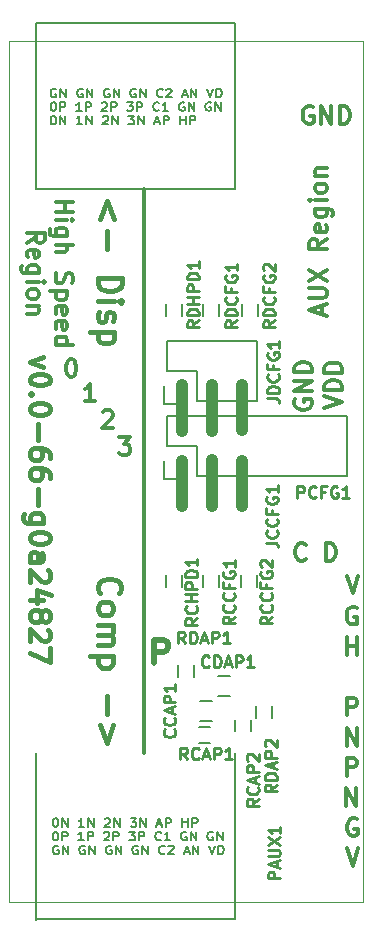
<source format=gto>
G04 #@! TF.FileFunction,Legend,Top*
%FSLAX46Y46*%
G04 Gerber Fmt 4.6, Leading zero omitted, Abs format (unit mm)*
G04 Created by KiCad (PCBNEW 4.0.2+e4-6225~38~ubuntu14.04.1-stable) date Mon Aug  1 15:26:05 2016*
%MOMM*%
G01*
G04 APERTURE LIST*
%ADD10C,0.350000*%
%ADD11C,0.300000*%
%ADD12C,0.250000*%
%ADD13C,0.500000*%
%ADD14C,0.400000*%
%ADD15C,0.175000*%
%ADD16C,0.437500*%
%ADD17C,1.000000*%
%ADD18C,0.100000*%
%ADD19C,0.152400*%
G04 APERTURE END LIST*
D10*
D11*
X49146429Y-81928571D02*
X49146429Y-80428571D01*
X50003572Y-81928571D01*
X50003572Y-80428571D01*
X49096429Y-87003571D02*
X49096429Y-85503571D01*
X49953572Y-87003571D01*
X49953572Y-85503571D01*
X49125000Y-90578571D02*
X49625000Y-92078571D01*
X50125000Y-90578571D01*
X49992857Y-88150000D02*
X49850000Y-88078571D01*
X49635714Y-88078571D01*
X49421429Y-88150000D01*
X49278571Y-88292857D01*
X49207143Y-88435714D01*
X49135714Y-88721429D01*
X49135714Y-88935714D01*
X49207143Y-89221429D01*
X49278571Y-89364286D01*
X49421429Y-89507143D01*
X49635714Y-89578571D01*
X49778571Y-89578571D01*
X49992857Y-89507143D01*
X50064286Y-89435714D01*
X50064286Y-88935714D01*
X49778571Y-88935714D01*
X49132143Y-84453571D02*
X49132143Y-82953571D01*
X49703571Y-82953571D01*
X49846429Y-83025000D01*
X49917857Y-83096429D01*
X49989286Y-83239286D01*
X49989286Y-83453571D01*
X49917857Y-83596429D01*
X49846429Y-83667857D01*
X49703571Y-83739286D01*
X49132143Y-83739286D01*
X49157143Y-79353571D02*
X49157143Y-77853571D01*
X49728571Y-77853571D01*
X49871429Y-77925000D01*
X49942857Y-77996429D01*
X50014286Y-78139286D01*
X50014286Y-78353571D01*
X49942857Y-78496429D01*
X49871429Y-78567857D01*
X49728571Y-78639286D01*
X49157143Y-78639286D01*
X47357143Y-66278571D02*
X47357143Y-64778571D01*
X47714286Y-64778571D01*
X47928571Y-64850000D01*
X48071429Y-64992857D01*
X48142857Y-65135714D01*
X48214286Y-65421429D01*
X48214286Y-65635714D01*
X48142857Y-65921429D01*
X48071429Y-66064286D01*
X47928571Y-66207143D01*
X47714286Y-66278571D01*
X47357143Y-66278571D01*
X45664286Y-66135714D02*
X45592857Y-66207143D01*
X45378571Y-66278571D01*
X45235714Y-66278571D01*
X45021429Y-66207143D01*
X44878571Y-66064286D01*
X44807143Y-65921429D01*
X44735714Y-65635714D01*
X44735714Y-65421429D01*
X44807143Y-65135714D01*
X44878571Y-64992857D01*
X45021429Y-64850000D01*
X45235714Y-64778571D01*
X45378571Y-64778571D01*
X45592857Y-64850000D01*
X45664286Y-64921429D01*
X49146429Y-74228571D02*
X49146429Y-72728571D01*
X49146429Y-73442857D02*
X50003572Y-73442857D01*
X50003572Y-74228571D02*
X50003572Y-72728571D01*
X49967857Y-70225000D02*
X49825000Y-70153571D01*
X49610714Y-70153571D01*
X49396429Y-70225000D01*
X49253571Y-70367857D01*
X49182143Y-70510714D01*
X49110714Y-70796429D01*
X49110714Y-71010714D01*
X49182143Y-71296429D01*
X49253571Y-71439286D01*
X49396429Y-71582143D01*
X49610714Y-71653571D01*
X49753571Y-71653571D01*
X49967857Y-71582143D01*
X50039286Y-71510714D01*
X50039286Y-71010714D01*
X49753571Y-71010714D01*
X49125000Y-67528571D02*
X49625000Y-69028571D01*
X50125000Y-67528571D01*
X47000000Y-45389286D02*
X47000000Y-44675000D01*
X47428571Y-45532143D02*
X45928571Y-45032143D01*
X47428571Y-44532143D01*
X45928571Y-44032143D02*
X47142857Y-44032143D01*
X47285714Y-43960715D01*
X47357143Y-43889286D01*
X47428571Y-43746429D01*
X47428571Y-43460715D01*
X47357143Y-43317857D01*
X47285714Y-43246429D01*
X47142857Y-43175000D01*
X45928571Y-43175000D01*
X45928571Y-42603571D02*
X47428571Y-41603571D01*
X45928571Y-41603571D02*
X47428571Y-42603571D01*
X47428571Y-39032143D02*
X46714286Y-39532143D01*
X47428571Y-39889286D02*
X45928571Y-39889286D01*
X45928571Y-39317858D01*
X46000000Y-39175000D01*
X46071429Y-39103572D01*
X46214286Y-39032143D01*
X46428571Y-39032143D01*
X46571429Y-39103572D01*
X46642857Y-39175000D01*
X46714286Y-39317858D01*
X46714286Y-39889286D01*
X47357143Y-37817858D02*
X47428571Y-37960715D01*
X47428571Y-38246429D01*
X47357143Y-38389286D01*
X47214286Y-38460715D01*
X46642857Y-38460715D01*
X46500000Y-38389286D01*
X46428571Y-38246429D01*
X46428571Y-37960715D01*
X46500000Y-37817858D01*
X46642857Y-37746429D01*
X46785714Y-37746429D01*
X46928571Y-38460715D01*
X46428571Y-36460715D02*
X47642857Y-36460715D01*
X47785714Y-36532144D01*
X47857143Y-36603572D01*
X47928571Y-36746429D01*
X47928571Y-36960715D01*
X47857143Y-37103572D01*
X47357143Y-36460715D02*
X47428571Y-36603572D01*
X47428571Y-36889286D01*
X47357143Y-37032144D01*
X47285714Y-37103572D01*
X47142857Y-37175001D01*
X46714286Y-37175001D01*
X46571429Y-37103572D01*
X46500000Y-37032144D01*
X46428571Y-36889286D01*
X46428571Y-36603572D01*
X46500000Y-36460715D01*
X47428571Y-35746429D02*
X46428571Y-35746429D01*
X45928571Y-35746429D02*
X46000000Y-35817858D01*
X46071429Y-35746429D01*
X46000000Y-35675001D01*
X45928571Y-35746429D01*
X46071429Y-35746429D01*
X47428571Y-34817857D02*
X47357143Y-34960715D01*
X47285714Y-35032143D01*
X47142857Y-35103572D01*
X46714286Y-35103572D01*
X46571429Y-35032143D01*
X46500000Y-34960715D01*
X46428571Y-34817857D01*
X46428571Y-34603572D01*
X46500000Y-34460715D01*
X46571429Y-34389286D01*
X46714286Y-34317857D01*
X47142857Y-34317857D01*
X47285714Y-34389286D01*
X47357143Y-34460715D01*
X47428571Y-34603572D01*
X47428571Y-34817857D01*
X46428571Y-33675000D02*
X47428571Y-33675000D01*
X46571429Y-33675000D02*
X46500000Y-33603572D01*
X46428571Y-33460714D01*
X46428571Y-33246429D01*
X46500000Y-33103572D01*
X46642857Y-33032143D01*
X47428571Y-33032143D01*
X24471429Y-35853572D02*
X25971429Y-35853572D01*
X25257143Y-35853572D02*
X25257143Y-36710715D01*
X24471429Y-36710715D02*
X25971429Y-36710715D01*
X24471429Y-37425001D02*
X25471429Y-37425001D01*
X25971429Y-37425001D02*
X25900000Y-37353572D01*
X25828571Y-37425001D01*
X25900000Y-37496429D01*
X25971429Y-37425001D01*
X25828571Y-37425001D01*
X25471429Y-38782144D02*
X24257143Y-38782144D01*
X24114286Y-38710715D01*
X24042857Y-38639287D01*
X23971429Y-38496430D01*
X23971429Y-38282144D01*
X24042857Y-38139287D01*
X24542857Y-38782144D02*
X24471429Y-38639287D01*
X24471429Y-38353573D01*
X24542857Y-38210715D01*
X24614286Y-38139287D01*
X24757143Y-38067858D01*
X25185714Y-38067858D01*
X25328571Y-38139287D01*
X25400000Y-38210715D01*
X25471429Y-38353573D01*
X25471429Y-38639287D01*
X25400000Y-38782144D01*
X24471429Y-39496430D02*
X25971429Y-39496430D01*
X24471429Y-40139287D02*
X25257143Y-40139287D01*
X25400000Y-40067858D01*
X25471429Y-39925001D01*
X25471429Y-39710716D01*
X25400000Y-39567858D01*
X25328571Y-39496430D01*
X24542857Y-41925001D02*
X24471429Y-42139287D01*
X24471429Y-42496430D01*
X24542857Y-42639287D01*
X24614286Y-42710716D01*
X24757143Y-42782144D01*
X24900000Y-42782144D01*
X25042857Y-42710716D01*
X25114286Y-42639287D01*
X25185714Y-42496430D01*
X25257143Y-42210716D01*
X25328571Y-42067858D01*
X25400000Y-41996430D01*
X25542857Y-41925001D01*
X25685714Y-41925001D01*
X25828571Y-41996430D01*
X25900000Y-42067858D01*
X25971429Y-42210716D01*
X25971429Y-42567858D01*
X25900000Y-42782144D01*
X25471429Y-43425001D02*
X23971429Y-43425001D01*
X25400000Y-43425001D02*
X25471429Y-43567858D01*
X25471429Y-43853572D01*
X25400000Y-43996429D01*
X25328571Y-44067858D01*
X25185714Y-44139287D01*
X24757143Y-44139287D01*
X24614286Y-44067858D01*
X24542857Y-43996429D01*
X24471429Y-43853572D01*
X24471429Y-43567858D01*
X24542857Y-43425001D01*
X24542857Y-45353572D02*
X24471429Y-45210715D01*
X24471429Y-44925001D01*
X24542857Y-44782144D01*
X24685714Y-44710715D01*
X25257143Y-44710715D01*
X25400000Y-44782144D01*
X25471429Y-44925001D01*
X25471429Y-45210715D01*
X25400000Y-45353572D01*
X25257143Y-45425001D01*
X25114286Y-45425001D01*
X24971429Y-44710715D01*
X24542857Y-46639286D02*
X24471429Y-46496429D01*
X24471429Y-46210715D01*
X24542857Y-46067858D01*
X24685714Y-45996429D01*
X25257143Y-45996429D01*
X25400000Y-46067858D01*
X25471429Y-46210715D01*
X25471429Y-46496429D01*
X25400000Y-46639286D01*
X25257143Y-46710715D01*
X25114286Y-46710715D01*
X24971429Y-45996429D01*
X24471429Y-47996429D02*
X25971429Y-47996429D01*
X24542857Y-47996429D02*
X24471429Y-47853572D01*
X24471429Y-47567858D01*
X24542857Y-47425000D01*
X24614286Y-47353572D01*
X24757143Y-47282143D01*
X25185714Y-47282143D01*
X25328571Y-47353572D01*
X25400000Y-47425000D01*
X25471429Y-47567858D01*
X25471429Y-47853572D01*
X25400000Y-47996429D01*
X22071429Y-39353572D02*
X22785714Y-38853572D01*
X22071429Y-38496429D02*
X23571429Y-38496429D01*
X23571429Y-39067857D01*
X23500000Y-39210715D01*
X23428571Y-39282143D01*
X23285714Y-39353572D01*
X23071429Y-39353572D01*
X22928571Y-39282143D01*
X22857143Y-39210715D01*
X22785714Y-39067857D01*
X22785714Y-38496429D01*
X22142857Y-40567857D02*
X22071429Y-40425000D01*
X22071429Y-40139286D01*
X22142857Y-39996429D01*
X22285714Y-39925000D01*
X22857143Y-39925000D01*
X23000000Y-39996429D01*
X23071429Y-40139286D01*
X23071429Y-40425000D01*
X23000000Y-40567857D01*
X22857143Y-40639286D01*
X22714286Y-40639286D01*
X22571429Y-39925000D01*
X23071429Y-41925000D02*
X21857143Y-41925000D01*
X21714286Y-41853571D01*
X21642857Y-41782143D01*
X21571429Y-41639286D01*
X21571429Y-41425000D01*
X21642857Y-41282143D01*
X22142857Y-41925000D02*
X22071429Y-41782143D01*
X22071429Y-41496429D01*
X22142857Y-41353571D01*
X22214286Y-41282143D01*
X22357143Y-41210714D01*
X22785714Y-41210714D01*
X22928571Y-41282143D01*
X23000000Y-41353571D01*
X23071429Y-41496429D01*
X23071429Y-41782143D01*
X23000000Y-41925000D01*
X22071429Y-42639286D02*
X23071429Y-42639286D01*
X23571429Y-42639286D02*
X23500000Y-42567857D01*
X23428571Y-42639286D01*
X23500000Y-42710714D01*
X23571429Y-42639286D01*
X23428571Y-42639286D01*
X22071429Y-43567858D02*
X22142857Y-43425000D01*
X22214286Y-43353572D01*
X22357143Y-43282143D01*
X22785714Y-43282143D01*
X22928571Y-43353572D01*
X23000000Y-43425000D01*
X23071429Y-43567858D01*
X23071429Y-43782143D01*
X23000000Y-43925000D01*
X22928571Y-43996429D01*
X22785714Y-44067858D01*
X22357143Y-44067858D01*
X22214286Y-43996429D01*
X22142857Y-43925000D01*
X22071429Y-43782143D01*
X22071429Y-43567858D01*
X23071429Y-44710715D02*
X22071429Y-44710715D01*
X22928571Y-44710715D02*
X23000000Y-44782143D01*
X23071429Y-44925001D01*
X23071429Y-45139286D01*
X23000000Y-45282143D01*
X22857143Y-45353572D01*
X22071429Y-45353572D01*
D12*
X42402381Y-52511904D02*
X43116667Y-52511904D01*
X43259524Y-52559524D01*
X43354762Y-52654762D01*
X43402381Y-52797619D01*
X43402381Y-52892857D01*
X43402381Y-52035714D02*
X42402381Y-52035714D01*
X42402381Y-51797619D01*
X42450000Y-51654761D01*
X42545238Y-51559523D01*
X42640476Y-51511904D01*
X42830952Y-51464285D01*
X42973810Y-51464285D01*
X43164286Y-51511904D01*
X43259524Y-51559523D01*
X43354762Y-51654761D01*
X43402381Y-51797619D01*
X43402381Y-52035714D01*
X43307143Y-50464285D02*
X43354762Y-50511904D01*
X43402381Y-50654761D01*
X43402381Y-50749999D01*
X43354762Y-50892857D01*
X43259524Y-50988095D01*
X43164286Y-51035714D01*
X42973810Y-51083333D01*
X42830952Y-51083333D01*
X42640476Y-51035714D01*
X42545238Y-50988095D01*
X42450000Y-50892857D01*
X42402381Y-50749999D01*
X42402381Y-50654761D01*
X42450000Y-50511904D01*
X42497619Y-50464285D01*
X42878571Y-49702380D02*
X42878571Y-50035714D01*
X43402381Y-50035714D02*
X42402381Y-50035714D01*
X42402381Y-49559523D01*
X42450000Y-48654761D02*
X42402381Y-48749999D01*
X42402381Y-48892856D01*
X42450000Y-49035714D01*
X42545238Y-49130952D01*
X42640476Y-49178571D01*
X42830952Y-49226190D01*
X42973810Y-49226190D01*
X43164286Y-49178571D01*
X43259524Y-49130952D01*
X43354762Y-49035714D01*
X43402381Y-48892856D01*
X43402381Y-48797618D01*
X43354762Y-48654761D01*
X43307143Y-48607142D01*
X42973810Y-48607142D01*
X42973810Y-48797618D01*
X43402381Y-47654761D02*
X43402381Y-48226190D01*
X43402381Y-47940476D02*
X42402381Y-47940476D01*
X42545238Y-48035714D01*
X42640476Y-48130952D01*
X42688095Y-48226190D01*
X42302381Y-64736904D02*
X43016667Y-64736904D01*
X43159524Y-64784524D01*
X43254762Y-64879762D01*
X43302381Y-65022619D01*
X43302381Y-65117857D01*
X43207143Y-63689285D02*
X43254762Y-63736904D01*
X43302381Y-63879761D01*
X43302381Y-63974999D01*
X43254762Y-64117857D01*
X43159524Y-64213095D01*
X43064286Y-64260714D01*
X42873810Y-64308333D01*
X42730952Y-64308333D01*
X42540476Y-64260714D01*
X42445238Y-64213095D01*
X42350000Y-64117857D01*
X42302381Y-63974999D01*
X42302381Y-63879761D01*
X42350000Y-63736904D01*
X42397619Y-63689285D01*
X43207143Y-62689285D02*
X43254762Y-62736904D01*
X43302381Y-62879761D01*
X43302381Y-62974999D01*
X43254762Y-63117857D01*
X43159524Y-63213095D01*
X43064286Y-63260714D01*
X42873810Y-63308333D01*
X42730952Y-63308333D01*
X42540476Y-63260714D01*
X42445238Y-63213095D01*
X42350000Y-63117857D01*
X42302381Y-62974999D01*
X42302381Y-62879761D01*
X42350000Y-62736904D01*
X42397619Y-62689285D01*
X42778571Y-61927380D02*
X42778571Y-62260714D01*
X43302381Y-62260714D02*
X42302381Y-62260714D01*
X42302381Y-61784523D01*
X42350000Y-60879761D02*
X42302381Y-60974999D01*
X42302381Y-61117856D01*
X42350000Y-61260714D01*
X42445238Y-61355952D01*
X42540476Y-61403571D01*
X42730952Y-61451190D01*
X42873810Y-61451190D01*
X43064286Y-61403571D01*
X43159524Y-61355952D01*
X43254762Y-61260714D01*
X43302381Y-61117856D01*
X43302381Y-61022618D01*
X43254762Y-60879761D01*
X43207143Y-60832142D01*
X42873810Y-60832142D01*
X42873810Y-61022618D01*
X43302381Y-59879761D02*
X43302381Y-60451190D01*
X43302381Y-60165476D02*
X42302381Y-60165476D01*
X42445238Y-60260714D01*
X42540476Y-60355952D01*
X42588095Y-60451190D01*
D13*
X32851190Y-74929762D02*
X32851190Y-72929762D01*
X33613095Y-72929762D01*
X33803571Y-73025000D01*
X33898810Y-73120238D01*
X33994048Y-73310714D01*
X33994048Y-73596429D01*
X33898810Y-73786905D01*
X33803571Y-73882143D01*
X33613095Y-73977381D01*
X32851190Y-73977381D01*
D14*
X29409971Y-37354429D02*
X28838543Y-35830619D01*
X28267114Y-37354429D01*
X28838543Y-38306809D02*
X28838543Y-39830619D01*
X28076638Y-42306809D02*
X30076638Y-42306809D01*
X30076638Y-42783000D01*
X29981400Y-43068714D01*
X29790924Y-43259190D01*
X29600448Y-43354429D01*
X29219495Y-43449667D01*
X28933781Y-43449667D01*
X28552829Y-43354429D01*
X28362352Y-43259190D01*
X28171876Y-43068714D01*
X28076638Y-42783000D01*
X28076638Y-42306809D01*
X28076638Y-44306809D02*
X29409971Y-44306809D01*
X30076638Y-44306809D02*
X29981400Y-44211571D01*
X29886162Y-44306809D01*
X29981400Y-44402048D01*
X30076638Y-44306809D01*
X29886162Y-44306809D01*
X28171876Y-45163952D02*
X28076638Y-45354429D01*
X28076638Y-45735381D01*
X28171876Y-45925857D01*
X28362352Y-46021095D01*
X28457590Y-46021095D01*
X28648067Y-45925857D01*
X28743305Y-45735381D01*
X28743305Y-45449667D01*
X28838543Y-45259190D01*
X29029019Y-45163952D01*
X29124257Y-45163952D01*
X29314733Y-45259190D01*
X29409971Y-45449667D01*
X29409971Y-45735381D01*
X29314733Y-45925857D01*
X29409971Y-46878238D02*
X27409971Y-46878238D01*
X29314733Y-46878238D02*
X29409971Y-47068715D01*
X29409971Y-47449667D01*
X29314733Y-47640143D01*
X29219495Y-47735381D01*
X29029019Y-47830619D01*
X28457590Y-47830619D01*
X28267114Y-47735381D01*
X28171876Y-47640143D01*
X28076638Y-47449667D01*
X28076638Y-47068715D01*
X28171876Y-46878238D01*
X28235714Y-69013096D02*
X28140476Y-68917858D01*
X28045238Y-68632143D01*
X28045238Y-68441667D01*
X28140476Y-68155953D01*
X28330952Y-67965477D01*
X28521429Y-67870238D01*
X28902381Y-67775000D01*
X29188095Y-67775000D01*
X29569048Y-67870238D01*
X29759524Y-67965477D01*
X29950000Y-68155953D01*
X30045238Y-68441667D01*
X30045238Y-68632143D01*
X29950000Y-68917858D01*
X29854762Y-69013096D01*
X28045238Y-70155953D02*
X28140476Y-69965477D01*
X28235714Y-69870238D01*
X28426190Y-69775000D01*
X28997619Y-69775000D01*
X29188095Y-69870238D01*
X29283333Y-69965477D01*
X29378571Y-70155953D01*
X29378571Y-70441667D01*
X29283333Y-70632143D01*
X29188095Y-70727381D01*
X28997619Y-70822619D01*
X28426190Y-70822619D01*
X28235714Y-70727381D01*
X28140476Y-70632143D01*
X28045238Y-70441667D01*
X28045238Y-70155953D01*
X28045238Y-71679762D02*
X29378571Y-71679762D01*
X29188095Y-71679762D02*
X29283333Y-71775001D01*
X29378571Y-71965477D01*
X29378571Y-72251191D01*
X29283333Y-72441667D01*
X29092857Y-72536905D01*
X28045238Y-72536905D01*
X29092857Y-72536905D02*
X29283333Y-72632143D01*
X29378571Y-72822620D01*
X29378571Y-73108334D01*
X29283333Y-73298810D01*
X29092857Y-73394048D01*
X28045238Y-73394048D01*
X29378571Y-74346429D02*
X27378571Y-74346429D01*
X29283333Y-74346429D02*
X29378571Y-74536906D01*
X29378571Y-74917858D01*
X29283333Y-75108334D01*
X29188095Y-75203572D01*
X28997619Y-75298810D01*
X28426190Y-75298810D01*
X28235714Y-75203572D01*
X28140476Y-75108334D01*
X28045238Y-74917858D01*
X28045238Y-74536906D01*
X28140476Y-74346429D01*
X28807143Y-77679763D02*
X28807143Y-79203573D01*
X29378571Y-80155953D02*
X28807143Y-81679763D01*
X28235714Y-80155953D01*
D15*
X24422057Y-88072867D02*
X24498248Y-88072867D01*
X24574438Y-88106200D01*
X24612533Y-88139533D01*
X24650629Y-88206200D01*
X24688724Y-88339533D01*
X24688724Y-88506200D01*
X24650629Y-88639533D01*
X24612533Y-88706200D01*
X24574438Y-88739533D01*
X24498248Y-88772867D01*
X24422057Y-88772867D01*
X24345867Y-88739533D01*
X24307771Y-88706200D01*
X24269676Y-88639533D01*
X24231581Y-88506200D01*
X24231581Y-88339533D01*
X24269676Y-88206200D01*
X24307771Y-88139533D01*
X24345867Y-88106200D01*
X24422057Y-88072867D01*
X25031581Y-88772867D02*
X25031581Y-88072867D01*
X25488724Y-88772867D01*
X25488724Y-88072867D01*
X26898248Y-88772867D02*
X26441105Y-88772867D01*
X26669676Y-88772867D02*
X26669676Y-88072867D01*
X26593486Y-88172867D01*
X26517295Y-88239533D01*
X26441105Y-88272867D01*
X27241105Y-88772867D02*
X27241105Y-88072867D01*
X27698248Y-88772867D01*
X27698248Y-88072867D01*
X28650629Y-88139533D02*
X28688724Y-88106200D01*
X28764915Y-88072867D01*
X28955391Y-88072867D01*
X29031581Y-88106200D01*
X29069677Y-88139533D01*
X29107772Y-88206200D01*
X29107772Y-88272867D01*
X29069677Y-88372867D01*
X28612534Y-88772867D01*
X29107772Y-88772867D01*
X29450629Y-88772867D02*
X29450629Y-88072867D01*
X29907772Y-88772867D01*
X29907772Y-88072867D01*
X30822058Y-88072867D02*
X31317296Y-88072867D01*
X31050629Y-88339533D01*
X31164915Y-88339533D01*
X31241105Y-88372867D01*
X31279201Y-88406200D01*
X31317296Y-88472867D01*
X31317296Y-88639533D01*
X31279201Y-88706200D01*
X31241105Y-88739533D01*
X31164915Y-88772867D01*
X30936343Y-88772867D01*
X30860153Y-88739533D01*
X30822058Y-88706200D01*
X31660153Y-88772867D02*
X31660153Y-88072867D01*
X32117296Y-88772867D01*
X32117296Y-88072867D01*
X33069677Y-88572867D02*
X33450629Y-88572867D01*
X32993486Y-88772867D02*
X33260153Y-88072867D01*
X33526820Y-88772867D01*
X33793486Y-88772867D02*
X33793486Y-88072867D01*
X34098248Y-88072867D01*
X34174439Y-88106200D01*
X34212534Y-88139533D01*
X34250629Y-88206200D01*
X34250629Y-88306200D01*
X34212534Y-88372867D01*
X34174439Y-88406200D01*
X34098248Y-88439533D01*
X33793486Y-88439533D01*
X35203010Y-88772867D02*
X35203010Y-88072867D01*
X35203010Y-88406200D02*
X35660153Y-88406200D01*
X35660153Y-88772867D02*
X35660153Y-88072867D01*
X36041105Y-88772867D02*
X36041105Y-88072867D01*
X36345867Y-88072867D01*
X36422058Y-88106200D01*
X36460153Y-88139533D01*
X36498248Y-88206200D01*
X36498248Y-88306200D01*
X36460153Y-88372867D01*
X36422058Y-88406200D01*
X36345867Y-88439533D01*
X36041105Y-88439533D01*
X24422057Y-89227867D02*
X24498248Y-89227867D01*
X24574438Y-89261200D01*
X24612533Y-89294533D01*
X24650629Y-89361200D01*
X24688724Y-89494533D01*
X24688724Y-89661200D01*
X24650629Y-89794533D01*
X24612533Y-89861200D01*
X24574438Y-89894533D01*
X24498248Y-89927867D01*
X24422057Y-89927867D01*
X24345867Y-89894533D01*
X24307771Y-89861200D01*
X24269676Y-89794533D01*
X24231581Y-89661200D01*
X24231581Y-89494533D01*
X24269676Y-89361200D01*
X24307771Y-89294533D01*
X24345867Y-89261200D01*
X24422057Y-89227867D01*
X25031581Y-89927867D02*
X25031581Y-89227867D01*
X25336343Y-89227867D01*
X25412534Y-89261200D01*
X25450629Y-89294533D01*
X25488724Y-89361200D01*
X25488724Y-89461200D01*
X25450629Y-89527867D01*
X25412534Y-89561200D01*
X25336343Y-89594533D01*
X25031581Y-89594533D01*
X26860153Y-89927867D02*
X26403010Y-89927867D01*
X26631581Y-89927867D02*
X26631581Y-89227867D01*
X26555391Y-89327867D01*
X26479200Y-89394533D01*
X26403010Y-89427867D01*
X27203010Y-89927867D02*
X27203010Y-89227867D01*
X27507772Y-89227867D01*
X27583963Y-89261200D01*
X27622058Y-89294533D01*
X27660153Y-89361200D01*
X27660153Y-89461200D01*
X27622058Y-89527867D01*
X27583963Y-89561200D01*
X27507772Y-89594533D01*
X27203010Y-89594533D01*
X28574439Y-89294533D02*
X28612534Y-89261200D01*
X28688725Y-89227867D01*
X28879201Y-89227867D01*
X28955391Y-89261200D01*
X28993487Y-89294533D01*
X29031582Y-89361200D01*
X29031582Y-89427867D01*
X28993487Y-89527867D01*
X28536344Y-89927867D01*
X29031582Y-89927867D01*
X29374439Y-89927867D02*
X29374439Y-89227867D01*
X29679201Y-89227867D01*
X29755392Y-89261200D01*
X29793487Y-89294533D01*
X29831582Y-89361200D01*
X29831582Y-89461200D01*
X29793487Y-89527867D01*
X29755392Y-89561200D01*
X29679201Y-89594533D01*
X29374439Y-89594533D01*
X30707773Y-89227867D02*
X31203011Y-89227867D01*
X30936344Y-89494533D01*
X31050630Y-89494533D01*
X31126820Y-89527867D01*
X31164916Y-89561200D01*
X31203011Y-89627867D01*
X31203011Y-89794533D01*
X31164916Y-89861200D01*
X31126820Y-89894533D01*
X31050630Y-89927867D01*
X30822058Y-89927867D01*
X30745868Y-89894533D01*
X30707773Y-89861200D01*
X31545868Y-89927867D02*
X31545868Y-89227867D01*
X31850630Y-89227867D01*
X31926821Y-89261200D01*
X31964916Y-89294533D01*
X32003011Y-89361200D01*
X32003011Y-89461200D01*
X31964916Y-89527867D01*
X31926821Y-89561200D01*
X31850630Y-89594533D01*
X31545868Y-89594533D01*
X33412535Y-89861200D02*
X33374440Y-89894533D01*
X33260154Y-89927867D01*
X33183964Y-89927867D01*
X33069678Y-89894533D01*
X32993487Y-89827867D01*
X32955392Y-89761200D01*
X32917297Y-89627867D01*
X32917297Y-89527867D01*
X32955392Y-89394533D01*
X32993487Y-89327867D01*
X33069678Y-89261200D01*
X33183964Y-89227867D01*
X33260154Y-89227867D01*
X33374440Y-89261200D01*
X33412535Y-89294533D01*
X34174440Y-89927867D02*
X33717297Y-89927867D01*
X33945868Y-89927867D02*
X33945868Y-89227867D01*
X33869678Y-89327867D01*
X33793487Y-89394533D01*
X33717297Y-89427867D01*
X35545869Y-89261200D02*
X35469678Y-89227867D01*
X35355393Y-89227867D01*
X35241107Y-89261200D01*
X35164916Y-89327867D01*
X35126821Y-89394533D01*
X35088726Y-89527867D01*
X35088726Y-89627867D01*
X35126821Y-89761200D01*
X35164916Y-89827867D01*
X35241107Y-89894533D01*
X35355393Y-89927867D01*
X35431583Y-89927867D01*
X35545869Y-89894533D01*
X35583964Y-89861200D01*
X35583964Y-89627867D01*
X35431583Y-89627867D01*
X35926821Y-89927867D02*
X35926821Y-89227867D01*
X36383964Y-89927867D01*
X36383964Y-89227867D01*
X37793488Y-89261200D02*
X37717297Y-89227867D01*
X37603012Y-89227867D01*
X37488726Y-89261200D01*
X37412535Y-89327867D01*
X37374440Y-89394533D01*
X37336345Y-89527867D01*
X37336345Y-89627867D01*
X37374440Y-89761200D01*
X37412535Y-89827867D01*
X37488726Y-89894533D01*
X37603012Y-89927867D01*
X37679202Y-89927867D01*
X37793488Y-89894533D01*
X37831583Y-89861200D01*
X37831583Y-89627867D01*
X37679202Y-89627867D01*
X38174440Y-89927867D02*
X38174440Y-89227867D01*
X38631583Y-89927867D01*
X38631583Y-89227867D01*
X24688724Y-90416200D02*
X24612533Y-90382867D01*
X24498248Y-90382867D01*
X24383962Y-90416200D01*
X24307771Y-90482867D01*
X24269676Y-90549533D01*
X24231581Y-90682867D01*
X24231581Y-90782867D01*
X24269676Y-90916200D01*
X24307771Y-90982867D01*
X24383962Y-91049533D01*
X24498248Y-91082867D01*
X24574438Y-91082867D01*
X24688724Y-91049533D01*
X24726819Y-91016200D01*
X24726819Y-90782867D01*
X24574438Y-90782867D01*
X25069676Y-91082867D02*
X25069676Y-90382867D01*
X25526819Y-91082867D01*
X25526819Y-90382867D01*
X26936343Y-90416200D02*
X26860152Y-90382867D01*
X26745867Y-90382867D01*
X26631581Y-90416200D01*
X26555390Y-90482867D01*
X26517295Y-90549533D01*
X26479200Y-90682867D01*
X26479200Y-90782867D01*
X26517295Y-90916200D01*
X26555390Y-90982867D01*
X26631581Y-91049533D01*
X26745867Y-91082867D01*
X26822057Y-91082867D01*
X26936343Y-91049533D01*
X26974438Y-91016200D01*
X26974438Y-90782867D01*
X26822057Y-90782867D01*
X27317295Y-91082867D02*
X27317295Y-90382867D01*
X27774438Y-91082867D01*
X27774438Y-90382867D01*
X29183962Y-90416200D02*
X29107771Y-90382867D01*
X28993486Y-90382867D01*
X28879200Y-90416200D01*
X28803009Y-90482867D01*
X28764914Y-90549533D01*
X28726819Y-90682867D01*
X28726819Y-90782867D01*
X28764914Y-90916200D01*
X28803009Y-90982867D01*
X28879200Y-91049533D01*
X28993486Y-91082867D01*
X29069676Y-91082867D01*
X29183962Y-91049533D01*
X29222057Y-91016200D01*
X29222057Y-90782867D01*
X29069676Y-90782867D01*
X29564914Y-91082867D02*
X29564914Y-90382867D01*
X30022057Y-91082867D01*
X30022057Y-90382867D01*
X31431581Y-90416200D02*
X31355390Y-90382867D01*
X31241105Y-90382867D01*
X31126819Y-90416200D01*
X31050628Y-90482867D01*
X31012533Y-90549533D01*
X30974438Y-90682867D01*
X30974438Y-90782867D01*
X31012533Y-90916200D01*
X31050628Y-90982867D01*
X31126819Y-91049533D01*
X31241105Y-91082867D01*
X31317295Y-91082867D01*
X31431581Y-91049533D01*
X31469676Y-91016200D01*
X31469676Y-90782867D01*
X31317295Y-90782867D01*
X31812533Y-91082867D02*
X31812533Y-90382867D01*
X32269676Y-91082867D01*
X32269676Y-90382867D01*
X33717295Y-91016200D02*
X33679200Y-91049533D01*
X33564914Y-91082867D01*
X33488724Y-91082867D01*
X33374438Y-91049533D01*
X33298247Y-90982867D01*
X33260152Y-90916200D01*
X33222057Y-90782867D01*
X33222057Y-90682867D01*
X33260152Y-90549533D01*
X33298247Y-90482867D01*
X33374438Y-90416200D01*
X33488724Y-90382867D01*
X33564914Y-90382867D01*
X33679200Y-90416200D01*
X33717295Y-90449533D01*
X34022057Y-90449533D02*
X34060152Y-90416200D01*
X34136343Y-90382867D01*
X34326819Y-90382867D01*
X34403009Y-90416200D01*
X34441105Y-90449533D01*
X34479200Y-90516200D01*
X34479200Y-90582867D01*
X34441105Y-90682867D01*
X33983962Y-91082867D01*
X34479200Y-91082867D01*
X35393486Y-90882867D02*
X35774438Y-90882867D01*
X35317295Y-91082867D02*
X35583962Y-90382867D01*
X35850629Y-91082867D01*
X36117295Y-91082867D02*
X36117295Y-90382867D01*
X36574438Y-91082867D01*
X36574438Y-90382867D01*
X37450628Y-90382867D02*
X37717295Y-91082867D01*
X37983962Y-90382867D01*
X38250628Y-91082867D02*
X38250628Y-90382867D01*
X38441104Y-90382867D01*
X38555390Y-90416200D01*
X38631581Y-90482867D01*
X38669676Y-90549533D01*
X38707771Y-90682867D01*
X38707771Y-90782867D01*
X38669676Y-90916200D01*
X38631581Y-90982867D01*
X38555390Y-91049533D01*
X38441104Y-91082867D01*
X38250628Y-91082867D01*
X24510924Y-26333400D02*
X24434733Y-26300067D01*
X24320448Y-26300067D01*
X24206162Y-26333400D01*
X24129971Y-26400067D01*
X24091876Y-26466733D01*
X24053781Y-26600067D01*
X24053781Y-26700067D01*
X24091876Y-26833400D01*
X24129971Y-26900067D01*
X24206162Y-26966733D01*
X24320448Y-27000067D01*
X24396638Y-27000067D01*
X24510924Y-26966733D01*
X24549019Y-26933400D01*
X24549019Y-26700067D01*
X24396638Y-26700067D01*
X24891876Y-27000067D02*
X24891876Y-26300067D01*
X25349019Y-27000067D01*
X25349019Y-26300067D01*
X26758543Y-26333400D02*
X26682352Y-26300067D01*
X26568067Y-26300067D01*
X26453781Y-26333400D01*
X26377590Y-26400067D01*
X26339495Y-26466733D01*
X26301400Y-26600067D01*
X26301400Y-26700067D01*
X26339495Y-26833400D01*
X26377590Y-26900067D01*
X26453781Y-26966733D01*
X26568067Y-27000067D01*
X26644257Y-27000067D01*
X26758543Y-26966733D01*
X26796638Y-26933400D01*
X26796638Y-26700067D01*
X26644257Y-26700067D01*
X27139495Y-27000067D02*
X27139495Y-26300067D01*
X27596638Y-27000067D01*
X27596638Y-26300067D01*
X29006162Y-26333400D02*
X28929971Y-26300067D01*
X28815686Y-26300067D01*
X28701400Y-26333400D01*
X28625209Y-26400067D01*
X28587114Y-26466733D01*
X28549019Y-26600067D01*
X28549019Y-26700067D01*
X28587114Y-26833400D01*
X28625209Y-26900067D01*
X28701400Y-26966733D01*
X28815686Y-27000067D01*
X28891876Y-27000067D01*
X29006162Y-26966733D01*
X29044257Y-26933400D01*
X29044257Y-26700067D01*
X28891876Y-26700067D01*
X29387114Y-27000067D02*
X29387114Y-26300067D01*
X29844257Y-27000067D01*
X29844257Y-26300067D01*
X31253781Y-26333400D02*
X31177590Y-26300067D01*
X31063305Y-26300067D01*
X30949019Y-26333400D01*
X30872828Y-26400067D01*
X30834733Y-26466733D01*
X30796638Y-26600067D01*
X30796638Y-26700067D01*
X30834733Y-26833400D01*
X30872828Y-26900067D01*
X30949019Y-26966733D01*
X31063305Y-27000067D01*
X31139495Y-27000067D01*
X31253781Y-26966733D01*
X31291876Y-26933400D01*
X31291876Y-26700067D01*
X31139495Y-26700067D01*
X31634733Y-27000067D02*
X31634733Y-26300067D01*
X32091876Y-27000067D01*
X32091876Y-26300067D01*
X33539495Y-26933400D02*
X33501400Y-26966733D01*
X33387114Y-27000067D01*
X33310924Y-27000067D01*
X33196638Y-26966733D01*
X33120447Y-26900067D01*
X33082352Y-26833400D01*
X33044257Y-26700067D01*
X33044257Y-26600067D01*
X33082352Y-26466733D01*
X33120447Y-26400067D01*
X33196638Y-26333400D01*
X33310924Y-26300067D01*
X33387114Y-26300067D01*
X33501400Y-26333400D01*
X33539495Y-26366733D01*
X33844257Y-26366733D02*
X33882352Y-26333400D01*
X33958543Y-26300067D01*
X34149019Y-26300067D01*
X34225209Y-26333400D01*
X34263305Y-26366733D01*
X34301400Y-26433400D01*
X34301400Y-26500067D01*
X34263305Y-26600067D01*
X33806162Y-27000067D01*
X34301400Y-27000067D01*
X35215686Y-26800067D02*
X35596638Y-26800067D01*
X35139495Y-27000067D02*
X35406162Y-26300067D01*
X35672829Y-27000067D01*
X35939495Y-27000067D02*
X35939495Y-26300067D01*
X36396638Y-27000067D01*
X36396638Y-26300067D01*
X37272828Y-26300067D02*
X37539495Y-27000067D01*
X37806162Y-26300067D01*
X38072828Y-27000067D02*
X38072828Y-26300067D01*
X38263304Y-26300067D01*
X38377590Y-26333400D01*
X38453781Y-26400067D01*
X38491876Y-26466733D01*
X38529971Y-26600067D01*
X38529971Y-26700067D01*
X38491876Y-26833400D01*
X38453781Y-26900067D01*
X38377590Y-26966733D01*
X38263304Y-27000067D01*
X38072828Y-27000067D01*
X24244257Y-27455067D02*
X24320448Y-27455067D01*
X24396638Y-27488400D01*
X24434733Y-27521733D01*
X24472829Y-27588400D01*
X24510924Y-27721733D01*
X24510924Y-27888400D01*
X24472829Y-28021733D01*
X24434733Y-28088400D01*
X24396638Y-28121733D01*
X24320448Y-28155067D01*
X24244257Y-28155067D01*
X24168067Y-28121733D01*
X24129971Y-28088400D01*
X24091876Y-28021733D01*
X24053781Y-27888400D01*
X24053781Y-27721733D01*
X24091876Y-27588400D01*
X24129971Y-27521733D01*
X24168067Y-27488400D01*
X24244257Y-27455067D01*
X24853781Y-28155067D02*
X24853781Y-27455067D01*
X25158543Y-27455067D01*
X25234734Y-27488400D01*
X25272829Y-27521733D01*
X25310924Y-27588400D01*
X25310924Y-27688400D01*
X25272829Y-27755067D01*
X25234734Y-27788400D01*
X25158543Y-27821733D01*
X24853781Y-27821733D01*
X26682353Y-28155067D02*
X26225210Y-28155067D01*
X26453781Y-28155067D02*
X26453781Y-27455067D01*
X26377591Y-27555067D01*
X26301400Y-27621733D01*
X26225210Y-27655067D01*
X27025210Y-28155067D02*
X27025210Y-27455067D01*
X27329972Y-27455067D01*
X27406163Y-27488400D01*
X27444258Y-27521733D01*
X27482353Y-27588400D01*
X27482353Y-27688400D01*
X27444258Y-27755067D01*
X27406163Y-27788400D01*
X27329972Y-27821733D01*
X27025210Y-27821733D01*
X28396639Y-27521733D02*
X28434734Y-27488400D01*
X28510925Y-27455067D01*
X28701401Y-27455067D01*
X28777591Y-27488400D01*
X28815687Y-27521733D01*
X28853782Y-27588400D01*
X28853782Y-27655067D01*
X28815687Y-27755067D01*
X28358544Y-28155067D01*
X28853782Y-28155067D01*
X29196639Y-28155067D02*
X29196639Y-27455067D01*
X29501401Y-27455067D01*
X29577592Y-27488400D01*
X29615687Y-27521733D01*
X29653782Y-27588400D01*
X29653782Y-27688400D01*
X29615687Y-27755067D01*
X29577592Y-27788400D01*
X29501401Y-27821733D01*
X29196639Y-27821733D01*
X30529973Y-27455067D02*
X31025211Y-27455067D01*
X30758544Y-27721733D01*
X30872830Y-27721733D01*
X30949020Y-27755067D01*
X30987116Y-27788400D01*
X31025211Y-27855067D01*
X31025211Y-28021733D01*
X30987116Y-28088400D01*
X30949020Y-28121733D01*
X30872830Y-28155067D01*
X30644258Y-28155067D01*
X30568068Y-28121733D01*
X30529973Y-28088400D01*
X31368068Y-28155067D02*
X31368068Y-27455067D01*
X31672830Y-27455067D01*
X31749021Y-27488400D01*
X31787116Y-27521733D01*
X31825211Y-27588400D01*
X31825211Y-27688400D01*
X31787116Y-27755067D01*
X31749021Y-27788400D01*
X31672830Y-27821733D01*
X31368068Y-27821733D01*
X33234735Y-28088400D02*
X33196640Y-28121733D01*
X33082354Y-28155067D01*
X33006164Y-28155067D01*
X32891878Y-28121733D01*
X32815687Y-28055067D01*
X32777592Y-27988400D01*
X32739497Y-27855067D01*
X32739497Y-27755067D01*
X32777592Y-27621733D01*
X32815687Y-27555067D01*
X32891878Y-27488400D01*
X33006164Y-27455067D01*
X33082354Y-27455067D01*
X33196640Y-27488400D01*
X33234735Y-27521733D01*
X33996640Y-28155067D02*
X33539497Y-28155067D01*
X33768068Y-28155067D02*
X33768068Y-27455067D01*
X33691878Y-27555067D01*
X33615687Y-27621733D01*
X33539497Y-27655067D01*
X35368069Y-27488400D02*
X35291878Y-27455067D01*
X35177593Y-27455067D01*
X35063307Y-27488400D01*
X34987116Y-27555067D01*
X34949021Y-27621733D01*
X34910926Y-27755067D01*
X34910926Y-27855067D01*
X34949021Y-27988400D01*
X34987116Y-28055067D01*
X35063307Y-28121733D01*
X35177593Y-28155067D01*
X35253783Y-28155067D01*
X35368069Y-28121733D01*
X35406164Y-28088400D01*
X35406164Y-27855067D01*
X35253783Y-27855067D01*
X35749021Y-28155067D02*
X35749021Y-27455067D01*
X36206164Y-28155067D01*
X36206164Y-27455067D01*
X37615688Y-27488400D02*
X37539497Y-27455067D01*
X37425212Y-27455067D01*
X37310926Y-27488400D01*
X37234735Y-27555067D01*
X37196640Y-27621733D01*
X37158545Y-27755067D01*
X37158545Y-27855067D01*
X37196640Y-27988400D01*
X37234735Y-28055067D01*
X37310926Y-28121733D01*
X37425212Y-28155067D01*
X37501402Y-28155067D01*
X37615688Y-28121733D01*
X37653783Y-28088400D01*
X37653783Y-27855067D01*
X37501402Y-27855067D01*
X37996640Y-28155067D02*
X37996640Y-27455067D01*
X38453783Y-28155067D01*
X38453783Y-27455067D01*
X24244257Y-28610067D02*
X24320448Y-28610067D01*
X24396638Y-28643400D01*
X24434733Y-28676733D01*
X24472829Y-28743400D01*
X24510924Y-28876733D01*
X24510924Y-29043400D01*
X24472829Y-29176733D01*
X24434733Y-29243400D01*
X24396638Y-29276733D01*
X24320448Y-29310067D01*
X24244257Y-29310067D01*
X24168067Y-29276733D01*
X24129971Y-29243400D01*
X24091876Y-29176733D01*
X24053781Y-29043400D01*
X24053781Y-28876733D01*
X24091876Y-28743400D01*
X24129971Y-28676733D01*
X24168067Y-28643400D01*
X24244257Y-28610067D01*
X24853781Y-29310067D02*
X24853781Y-28610067D01*
X25310924Y-29310067D01*
X25310924Y-28610067D01*
X26720448Y-29310067D02*
X26263305Y-29310067D01*
X26491876Y-29310067D02*
X26491876Y-28610067D01*
X26415686Y-28710067D01*
X26339495Y-28776733D01*
X26263305Y-28810067D01*
X27063305Y-29310067D02*
X27063305Y-28610067D01*
X27520448Y-29310067D01*
X27520448Y-28610067D01*
X28472829Y-28676733D02*
X28510924Y-28643400D01*
X28587115Y-28610067D01*
X28777591Y-28610067D01*
X28853781Y-28643400D01*
X28891877Y-28676733D01*
X28929972Y-28743400D01*
X28929972Y-28810067D01*
X28891877Y-28910067D01*
X28434734Y-29310067D01*
X28929972Y-29310067D01*
X29272829Y-29310067D02*
X29272829Y-28610067D01*
X29729972Y-29310067D01*
X29729972Y-28610067D01*
X30644258Y-28610067D02*
X31139496Y-28610067D01*
X30872829Y-28876733D01*
X30987115Y-28876733D01*
X31063305Y-28910067D01*
X31101401Y-28943400D01*
X31139496Y-29010067D01*
X31139496Y-29176733D01*
X31101401Y-29243400D01*
X31063305Y-29276733D01*
X30987115Y-29310067D01*
X30758543Y-29310067D01*
X30682353Y-29276733D01*
X30644258Y-29243400D01*
X31482353Y-29310067D02*
X31482353Y-28610067D01*
X31939496Y-29310067D01*
X31939496Y-28610067D01*
X32891877Y-29110067D02*
X33272829Y-29110067D01*
X32815686Y-29310067D02*
X33082353Y-28610067D01*
X33349020Y-29310067D01*
X33615686Y-29310067D02*
X33615686Y-28610067D01*
X33920448Y-28610067D01*
X33996639Y-28643400D01*
X34034734Y-28676733D01*
X34072829Y-28743400D01*
X34072829Y-28843400D01*
X34034734Y-28910067D01*
X33996639Y-28943400D01*
X33920448Y-28976733D01*
X33615686Y-28976733D01*
X35025210Y-29310067D02*
X35025210Y-28610067D01*
X35025210Y-28943400D02*
X35482353Y-28943400D01*
X35482353Y-29310067D02*
X35482353Y-28610067D01*
X35863305Y-29310067D02*
X35863305Y-28610067D01*
X36168067Y-28610067D01*
X36244258Y-28643400D01*
X36282353Y-28676733D01*
X36320448Y-28743400D01*
X36320448Y-28843400D01*
X36282353Y-28910067D01*
X36244258Y-28943400D01*
X36168067Y-28976733D01*
X35863305Y-28976733D01*
D16*
X23450000Y-49000000D02*
X22283333Y-49416667D01*
X23450000Y-49833333D01*
X24033333Y-50833333D02*
X24033333Y-51000000D01*
X23950000Y-51166666D01*
X23866667Y-51250000D01*
X23700000Y-51333333D01*
X23366667Y-51416666D01*
X22950000Y-51416666D01*
X22616667Y-51333333D01*
X22450000Y-51250000D01*
X22366667Y-51166666D01*
X22283333Y-51000000D01*
X22283333Y-50833333D01*
X22366667Y-50666666D01*
X22450000Y-50583333D01*
X22616667Y-50500000D01*
X22950000Y-50416666D01*
X23366667Y-50416666D01*
X23700000Y-50500000D01*
X23866667Y-50583333D01*
X23950000Y-50666666D01*
X24033333Y-50833333D01*
X22450000Y-52166667D02*
X22366667Y-52250000D01*
X22283333Y-52166667D01*
X22366667Y-52083333D01*
X22450000Y-52166667D01*
X22283333Y-52166667D01*
X24033333Y-53333333D02*
X24033333Y-53500000D01*
X23950000Y-53666666D01*
X23866667Y-53750000D01*
X23700000Y-53833333D01*
X23366667Y-53916666D01*
X22950000Y-53916666D01*
X22616667Y-53833333D01*
X22450000Y-53750000D01*
X22366667Y-53666666D01*
X22283333Y-53500000D01*
X22283333Y-53333333D01*
X22366667Y-53166666D01*
X22450000Y-53083333D01*
X22616667Y-53000000D01*
X22950000Y-52916666D01*
X23366667Y-52916666D01*
X23700000Y-53000000D01*
X23866667Y-53083333D01*
X23950000Y-53166666D01*
X24033333Y-53333333D01*
X22950000Y-54666667D02*
X22950000Y-56000000D01*
X24033333Y-57583334D02*
X24033333Y-57250000D01*
X23950000Y-57083334D01*
X23866667Y-57000000D01*
X23616667Y-56833334D01*
X23283333Y-56750000D01*
X22616667Y-56750000D01*
X22450000Y-56833334D01*
X22366667Y-56916667D01*
X22283333Y-57083334D01*
X22283333Y-57416667D01*
X22366667Y-57583334D01*
X22450000Y-57666667D01*
X22616667Y-57750000D01*
X23033333Y-57750000D01*
X23200000Y-57666667D01*
X23283333Y-57583334D01*
X23366667Y-57416667D01*
X23366667Y-57083334D01*
X23283333Y-56916667D01*
X23200000Y-56833334D01*
X23033333Y-56750000D01*
X24033333Y-59250001D02*
X24033333Y-58916667D01*
X23950000Y-58750001D01*
X23866667Y-58666667D01*
X23616667Y-58500001D01*
X23283333Y-58416667D01*
X22616667Y-58416667D01*
X22450000Y-58500001D01*
X22366667Y-58583334D01*
X22283333Y-58750001D01*
X22283333Y-59083334D01*
X22366667Y-59250001D01*
X22450000Y-59333334D01*
X22616667Y-59416667D01*
X23033333Y-59416667D01*
X23200000Y-59333334D01*
X23283333Y-59250001D01*
X23366667Y-59083334D01*
X23366667Y-58750001D01*
X23283333Y-58583334D01*
X23200000Y-58500001D01*
X23033333Y-58416667D01*
X22950000Y-60166668D02*
X22950000Y-61500001D01*
X23450000Y-63083335D02*
X22033333Y-63083335D01*
X21866667Y-63000001D01*
X21783333Y-62916668D01*
X21700000Y-62750001D01*
X21700000Y-62500001D01*
X21783333Y-62333335D01*
X22366667Y-63083335D02*
X22283333Y-62916668D01*
X22283333Y-62583335D01*
X22366667Y-62416668D01*
X22450000Y-62333335D01*
X22616667Y-62250001D01*
X23116667Y-62250001D01*
X23283333Y-62333335D01*
X23366667Y-62416668D01*
X23450000Y-62583335D01*
X23450000Y-62916668D01*
X23366667Y-63083335D01*
X24033333Y-64250001D02*
X24033333Y-64416668D01*
X23950000Y-64583334D01*
X23866667Y-64666668D01*
X23700000Y-64750001D01*
X23366667Y-64833334D01*
X22950000Y-64833334D01*
X22616667Y-64750001D01*
X22450000Y-64666668D01*
X22366667Y-64583334D01*
X22283333Y-64416668D01*
X22283333Y-64250001D01*
X22366667Y-64083334D01*
X22450000Y-64000001D01*
X22616667Y-63916668D01*
X22950000Y-63833334D01*
X23366667Y-63833334D01*
X23700000Y-63916668D01*
X23866667Y-64000001D01*
X23950000Y-64083334D01*
X24033333Y-64250001D01*
X22283333Y-66333335D02*
X23200000Y-66333335D01*
X23366667Y-66250001D01*
X23450000Y-66083335D01*
X23450000Y-65750001D01*
X23366667Y-65583335D01*
X22366667Y-66333335D02*
X22283333Y-66166668D01*
X22283333Y-65750001D01*
X22366667Y-65583335D01*
X22533333Y-65500001D01*
X22700000Y-65500001D01*
X22866667Y-65583335D01*
X22950000Y-65750001D01*
X22950000Y-66166668D01*
X23033333Y-66333335D01*
X23866667Y-67083334D02*
X23950000Y-67166668D01*
X24033333Y-67333334D01*
X24033333Y-67750001D01*
X23950000Y-67916668D01*
X23866667Y-68000001D01*
X23700000Y-68083334D01*
X23533333Y-68083334D01*
X23283333Y-68000001D01*
X22283333Y-67000001D01*
X22283333Y-68083334D01*
X23450000Y-69583335D02*
X22283333Y-69583335D01*
X24116667Y-69166668D02*
X22866667Y-68750001D01*
X22866667Y-69833335D01*
X23283333Y-70750002D02*
X23366667Y-70583335D01*
X23450000Y-70500002D01*
X23616667Y-70416668D01*
X23700000Y-70416668D01*
X23866667Y-70500002D01*
X23950000Y-70583335D01*
X24033333Y-70750002D01*
X24033333Y-71083335D01*
X23950000Y-71250002D01*
X23866667Y-71333335D01*
X23700000Y-71416668D01*
X23616667Y-71416668D01*
X23450000Y-71333335D01*
X23366667Y-71250002D01*
X23283333Y-71083335D01*
X23283333Y-70750002D01*
X23200000Y-70583335D01*
X23116667Y-70500002D01*
X22950000Y-70416668D01*
X22616667Y-70416668D01*
X22450000Y-70500002D01*
X22366667Y-70583335D01*
X22283333Y-70750002D01*
X22283333Y-71083335D01*
X22366667Y-71250002D01*
X22450000Y-71333335D01*
X22616667Y-71416668D01*
X22950000Y-71416668D01*
X23116667Y-71333335D01*
X23200000Y-71250002D01*
X23283333Y-71083335D01*
X23866667Y-72083335D02*
X23950000Y-72166669D01*
X24033333Y-72333335D01*
X24033333Y-72750002D01*
X23950000Y-72916669D01*
X23866667Y-73000002D01*
X23700000Y-73083335D01*
X23533333Y-73083335D01*
X23283333Y-73000002D01*
X22283333Y-72000002D01*
X22283333Y-73083335D01*
X24033333Y-73666669D02*
X24033333Y-74833336D01*
X22283333Y-74083336D01*
D17*
X35204400Y-61645800D02*
X35204400Y-57785000D01*
X35204400Y-55245000D02*
X35204400Y-51384200D01*
X37719000Y-61595000D02*
X37719000Y-57734200D01*
X40259000Y-61645800D02*
X40259000Y-57785000D01*
X40284400Y-55219600D02*
X40284400Y-51358800D01*
X37744400Y-55270400D02*
X37744400Y-51409600D01*
D11*
X29878401Y-55820571D02*
X30806972Y-55820571D01*
X30306972Y-56392000D01*
X30521258Y-56392000D01*
X30664115Y-56463429D01*
X30735544Y-56534857D01*
X30806972Y-56677714D01*
X30806972Y-57034857D01*
X30735544Y-57177714D01*
X30664115Y-57249143D01*
X30521258Y-57320571D01*
X30092686Y-57320571D01*
X29949829Y-57249143D01*
X29878401Y-57177714D01*
X28476629Y-53652029D02*
X28548058Y-53580600D01*
X28690915Y-53509171D01*
X29048058Y-53509171D01*
X29190915Y-53580600D01*
X29262344Y-53652029D01*
X29333772Y-53794886D01*
X29333772Y-53937743D01*
X29262344Y-54152029D01*
X28405201Y-55009171D01*
X29333772Y-55009171D01*
X27835172Y-52773971D02*
X26978029Y-52773971D01*
X27406601Y-52773971D02*
X27406601Y-51273971D01*
X27263744Y-51488257D01*
X27120886Y-51631114D01*
X26978029Y-51702543D01*
X25734972Y-49216571D02*
X25877829Y-49216571D01*
X26020686Y-49288000D01*
X26092115Y-49359429D01*
X26163544Y-49502286D01*
X26234972Y-49788000D01*
X26234972Y-50145143D01*
X26163544Y-50430857D01*
X26092115Y-50573714D01*
X26020686Y-50645143D01*
X25877829Y-50716571D01*
X25734972Y-50716571D01*
X25592115Y-50645143D01*
X25520686Y-50573714D01*
X25449258Y-50430857D01*
X25377829Y-50145143D01*
X25377829Y-49788000D01*
X25449258Y-49502286D01*
X25520686Y-49359429D01*
X25592115Y-49288000D01*
X25734972Y-49216571D01*
X44766800Y-52603257D02*
X44695371Y-52746114D01*
X44695371Y-52960400D01*
X44766800Y-53174685D01*
X44909657Y-53317543D01*
X45052514Y-53388971D01*
X45338229Y-53460400D01*
X45552514Y-53460400D01*
X45838229Y-53388971D01*
X45981086Y-53317543D01*
X46123943Y-53174685D01*
X46195371Y-52960400D01*
X46195371Y-52817543D01*
X46123943Y-52603257D01*
X46052514Y-52531828D01*
X45552514Y-52531828D01*
X45552514Y-52817543D01*
X46195371Y-51888971D02*
X44695371Y-51888971D01*
X46195371Y-51031828D01*
X44695371Y-51031828D01*
X46195371Y-50317542D02*
X44695371Y-50317542D01*
X44695371Y-49960399D01*
X44766800Y-49746114D01*
X44909657Y-49603256D01*
X45052514Y-49531828D01*
X45338229Y-49460399D01*
X45552514Y-49460399D01*
X45838229Y-49531828D01*
X45981086Y-49603256D01*
X46123943Y-49746114D01*
X46195371Y-49960399D01*
X46195371Y-50317542D01*
X47235371Y-53333400D02*
X48735371Y-52833400D01*
X47235371Y-52333400D01*
X48735371Y-51833400D02*
X47235371Y-51833400D01*
X47235371Y-51476257D01*
X47306800Y-51261972D01*
X47449657Y-51119114D01*
X47592514Y-51047686D01*
X47878229Y-50976257D01*
X48092514Y-50976257D01*
X48378229Y-51047686D01*
X48521086Y-51119114D01*
X48663943Y-51261972D01*
X48735371Y-51476257D01*
X48735371Y-51833400D01*
X48735371Y-50333400D02*
X47235371Y-50333400D01*
X47235371Y-49976257D01*
X47306800Y-49761972D01*
X47449657Y-49619114D01*
X47592514Y-49547686D01*
X47878229Y-49476257D01*
X48092514Y-49476257D01*
X48378229Y-49547686D01*
X48521086Y-49619114D01*
X48663943Y-49761972D01*
X48735371Y-49976257D01*
X48735371Y-50333400D01*
X46253543Y-27850400D02*
X46110686Y-27778971D01*
X45896400Y-27778971D01*
X45682115Y-27850400D01*
X45539257Y-27993257D01*
X45467829Y-28136114D01*
X45396400Y-28421829D01*
X45396400Y-28636114D01*
X45467829Y-28921829D01*
X45539257Y-29064686D01*
X45682115Y-29207543D01*
X45896400Y-29278971D01*
X46039257Y-29278971D01*
X46253543Y-29207543D01*
X46324972Y-29136114D01*
X46324972Y-28636114D01*
X46039257Y-28636114D01*
X46967829Y-29278971D02*
X46967829Y-27778971D01*
X47824972Y-29278971D01*
X47824972Y-27778971D01*
X48539258Y-29278971D02*
X48539258Y-27778971D01*
X48896401Y-27778971D01*
X49110686Y-27850400D01*
X49253544Y-27993257D01*
X49324972Y-28136114D01*
X49396401Y-28421829D01*
X49396401Y-28636114D01*
X49324972Y-28921829D01*
X49253544Y-29064686D01*
X49110686Y-29207543D01*
X48896401Y-29278971D01*
X48539258Y-29278971D01*
D18*
X50520600Y-22275800D02*
X20574000Y-22275800D01*
X50520600Y-95123000D02*
X50520600Y-22275800D01*
X20574000Y-95123000D02*
X50520600Y-95123000D01*
X20574000Y-22273033D02*
X20574000Y-95123070D01*
D11*
X32004000Y-34798000D02*
X32004000Y-82550000D01*
D19*
X22792000Y-96643000D02*
X22792000Y-82543000D01*
X39692000Y-82543000D02*
X39692000Y-96543000D01*
X39692000Y-96603000D02*
X22792000Y-96603000D01*
X36461700Y-52702460D02*
X41541700Y-52702460D01*
X33641700Y-52982460D02*
X33641700Y-51432460D01*
X33921700Y-50162460D02*
X36461700Y-50162460D01*
X36461700Y-50162460D02*
X36461700Y-52702460D01*
X41541700Y-52702460D02*
X41541700Y-47622460D01*
X41541700Y-47622460D02*
X36461700Y-47622460D01*
X33641700Y-52982460D02*
X35191700Y-52982460D01*
X33921700Y-47622460D02*
X33921700Y-50162460D01*
X36461700Y-47622460D02*
X33921700Y-47622460D01*
X39270560Y-75990080D02*
X38270560Y-75990080D01*
X38270560Y-77690080D02*
X39270560Y-77690080D01*
X36207060Y-75070080D02*
X36207060Y-76070080D01*
X34857060Y-76070080D02*
X34857060Y-75070080D01*
X41489000Y-79578000D02*
X41489000Y-78578000D01*
X42839000Y-78578000D02*
X42839000Y-79578000D01*
X36705920Y-79844000D02*
X37705920Y-79844000D01*
X37705920Y-78144000D02*
X36705920Y-78144000D01*
X49161700Y-53972460D02*
X33921700Y-53972460D01*
X36461700Y-59052460D02*
X49161700Y-59052460D01*
X49161700Y-53972460D02*
X49161700Y-59052460D01*
X33921700Y-53972460D02*
X33921700Y-56512460D01*
X33641700Y-57782460D02*
X33641700Y-59332460D01*
X33921700Y-56512460D02*
X36461700Y-56512460D01*
X36461700Y-56512460D02*
X36461700Y-59052460D01*
X33641700Y-59332460D02*
X35191700Y-59332460D01*
X37578920Y-81701000D02*
X36578920Y-81701000D01*
X36578920Y-80351000D02*
X37578920Y-80351000D01*
X39705920Y-80700500D02*
X39705920Y-79700500D01*
X41055920Y-79700500D02*
X41055920Y-80700500D01*
X35168200Y-67505960D02*
X35168200Y-68505960D01*
X33818200Y-68505960D02*
X33818200Y-67505960D01*
X38343200Y-67505960D02*
X38343200Y-68505960D01*
X36993200Y-68505960D02*
X36993200Y-67505960D01*
X41518200Y-67505960D02*
X41518200Y-68505960D01*
X40168200Y-68505960D02*
X40168200Y-67505960D01*
X33818200Y-45518960D02*
X33818200Y-44518960D01*
X35168200Y-44518960D02*
X35168200Y-45518960D01*
X36993200Y-45518960D02*
X36993200Y-44518960D01*
X38343200Y-44518960D02*
X38343200Y-45518960D01*
X22792000Y-20705000D02*
X22792000Y-34805000D01*
X39692000Y-34805000D02*
X39692000Y-20805000D01*
X39692000Y-34795000D02*
X22792000Y-34795000D01*
X39692000Y-20745000D02*
X22792000Y-20745000D01*
X40295200Y-45518960D02*
X40295200Y-44518960D01*
X41645200Y-44518960D02*
X41645200Y-45518960D01*
D12*
X43477381Y-93141667D02*
X42477381Y-93141667D01*
X42477381Y-92760714D01*
X42525000Y-92665476D01*
X42572619Y-92617857D01*
X42667857Y-92570238D01*
X42810714Y-92570238D01*
X42905952Y-92617857D01*
X42953571Y-92665476D01*
X43001190Y-92760714D01*
X43001190Y-93141667D01*
X43191667Y-92189286D02*
X43191667Y-91713095D01*
X43477381Y-92284524D02*
X42477381Y-91951191D01*
X43477381Y-91617857D01*
X42477381Y-91284524D02*
X43286905Y-91284524D01*
X43382143Y-91236905D01*
X43429762Y-91189286D01*
X43477381Y-91094048D01*
X43477381Y-90903571D01*
X43429762Y-90808333D01*
X43382143Y-90760714D01*
X43286905Y-90713095D01*
X42477381Y-90713095D01*
X42477381Y-90332143D02*
X43477381Y-89665476D01*
X42477381Y-89665476D02*
X43477381Y-90332143D01*
X43477381Y-88760714D02*
X43477381Y-89332143D01*
X43477381Y-89046429D02*
X42477381Y-89046429D01*
X42620238Y-89141667D01*
X42715476Y-89236905D01*
X42763095Y-89332143D01*
X37454762Y-75182143D02*
X37407143Y-75229762D01*
X37264286Y-75277381D01*
X37169048Y-75277381D01*
X37026190Y-75229762D01*
X36930952Y-75134524D01*
X36883333Y-75039286D01*
X36835714Y-74848810D01*
X36835714Y-74705952D01*
X36883333Y-74515476D01*
X36930952Y-74420238D01*
X37026190Y-74325000D01*
X37169048Y-74277381D01*
X37264286Y-74277381D01*
X37407143Y-74325000D01*
X37454762Y-74372619D01*
X37883333Y-75277381D02*
X37883333Y-74277381D01*
X38121428Y-74277381D01*
X38264286Y-74325000D01*
X38359524Y-74420238D01*
X38407143Y-74515476D01*
X38454762Y-74705952D01*
X38454762Y-74848810D01*
X38407143Y-75039286D01*
X38359524Y-75134524D01*
X38264286Y-75229762D01*
X38121428Y-75277381D01*
X37883333Y-75277381D01*
X38835714Y-74991667D02*
X39311905Y-74991667D01*
X38740476Y-75277381D02*
X39073809Y-74277381D01*
X39407143Y-75277381D01*
X39740476Y-75277381D02*
X39740476Y-74277381D01*
X40121429Y-74277381D01*
X40216667Y-74325000D01*
X40264286Y-74372619D01*
X40311905Y-74467857D01*
X40311905Y-74610714D01*
X40264286Y-74705952D01*
X40216667Y-74753571D01*
X40121429Y-74801190D01*
X39740476Y-74801190D01*
X41264286Y-75277381D02*
X40692857Y-75277381D01*
X40978571Y-75277381D02*
X40978571Y-74277381D01*
X40883333Y-74420238D01*
X40788095Y-74515476D01*
X40692857Y-74563095D01*
X35429762Y-73252381D02*
X35096428Y-72776190D01*
X34858333Y-73252381D02*
X34858333Y-72252381D01*
X35239286Y-72252381D01*
X35334524Y-72300000D01*
X35382143Y-72347619D01*
X35429762Y-72442857D01*
X35429762Y-72585714D01*
X35382143Y-72680952D01*
X35334524Y-72728571D01*
X35239286Y-72776190D01*
X34858333Y-72776190D01*
X35858333Y-73252381D02*
X35858333Y-72252381D01*
X36096428Y-72252381D01*
X36239286Y-72300000D01*
X36334524Y-72395238D01*
X36382143Y-72490476D01*
X36429762Y-72680952D01*
X36429762Y-72823810D01*
X36382143Y-73014286D01*
X36334524Y-73109524D01*
X36239286Y-73204762D01*
X36096428Y-73252381D01*
X35858333Y-73252381D01*
X36810714Y-72966667D02*
X37286905Y-72966667D01*
X36715476Y-73252381D02*
X37048809Y-72252381D01*
X37382143Y-73252381D01*
X37715476Y-73252381D02*
X37715476Y-72252381D01*
X38096429Y-72252381D01*
X38191667Y-72300000D01*
X38239286Y-72347619D01*
X38286905Y-72442857D01*
X38286905Y-72585714D01*
X38239286Y-72680952D01*
X38191667Y-72728571D01*
X38096429Y-72776190D01*
X37715476Y-72776190D01*
X39239286Y-73252381D02*
X38667857Y-73252381D01*
X38953571Y-73252381D02*
X38953571Y-72252381D01*
X38858333Y-72395238D01*
X38763095Y-72490476D01*
X38667857Y-72538095D01*
X43200581Y-85212038D02*
X42724390Y-85545372D01*
X43200581Y-85783467D02*
X42200581Y-85783467D01*
X42200581Y-85402514D01*
X42248200Y-85307276D01*
X42295819Y-85259657D01*
X42391057Y-85212038D01*
X42533914Y-85212038D01*
X42629152Y-85259657D01*
X42676771Y-85307276D01*
X42724390Y-85402514D01*
X42724390Y-85783467D01*
X43200581Y-84783467D02*
X42200581Y-84783467D01*
X42200581Y-84545372D01*
X42248200Y-84402514D01*
X42343438Y-84307276D01*
X42438676Y-84259657D01*
X42629152Y-84212038D01*
X42772010Y-84212038D01*
X42962486Y-84259657D01*
X43057724Y-84307276D01*
X43152962Y-84402514D01*
X43200581Y-84545372D01*
X43200581Y-84783467D01*
X42914867Y-83831086D02*
X42914867Y-83354895D01*
X43200581Y-83926324D02*
X42200581Y-83592991D01*
X43200581Y-83259657D01*
X43200581Y-82926324D02*
X42200581Y-82926324D01*
X42200581Y-82545371D01*
X42248200Y-82450133D01*
X42295819Y-82402514D01*
X42391057Y-82354895D01*
X42533914Y-82354895D01*
X42629152Y-82402514D01*
X42676771Y-82450133D01*
X42724390Y-82545371D01*
X42724390Y-82926324D01*
X42295819Y-81973943D02*
X42248200Y-81926324D01*
X42200581Y-81831086D01*
X42200581Y-81592990D01*
X42248200Y-81497752D01*
X42295819Y-81450133D01*
X42391057Y-81402514D01*
X42486295Y-81402514D01*
X42629152Y-81450133D01*
X43200581Y-82021562D01*
X43200581Y-81402514D01*
X34532143Y-80545238D02*
X34579762Y-80592857D01*
X34627381Y-80735714D01*
X34627381Y-80830952D01*
X34579762Y-80973810D01*
X34484524Y-81069048D01*
X34389286Y-81116667D01*
X34198810Y-81164286D01*
X34055952Y-81164286D01*
X33865476Y-81116667D01*
X33770238Y-81069048D01*
X33675000Y-80973810D01*
X33627381Y-80830952D01*
X33627381Y-80735714D01*
X33675000Y-80592857D01*
X33722619Y-80545238D01*
X34532143Y-79545238D02*
X34579762Y-79592857D01*
X34627381Y-79735714D01*
X34627381Y-79830952D01*
X34579762Y-79973810D01*
X34484524Y-80069048D01*
X34389286Y-80116667D01*
X34198810Y-80164286D01*
X34055952Y-80164286D01*
X33865476Y-80116667D01*
X33770238Y-80069048D01*
X33675000Y-79973810D01*
X33627381Y-79830952D01*
X33627381Y-79735714D01*
X33675000Y-79592857D01*
X33722619Y-79545238D01*
X34341667Y-79164286D02*
X34341667Y-78688095D01*
X34627381Y-79259524D02*
X33627381Y-78926191D01*
X34627381Y-78592857D01*
X34627381Y-78259524D02*
X33627381Y-78259524D01*
X33627381Y-77878571D01*
X33675000Y-77783333D01*
X33722619Y-77735714D01*
X33817857Y-77688095D01*
X33960714Y-77688095D01*
X34055952Y-77735714D01*
X34103571Y-77783333D01*
X34151190Y-77878571D01*
X34151190Y-78259524D01*
X34627381Y-76735714D02*
X34627381Y-77307143D01*
X34627381Y-77021429D02*
X33627381Y-77021429D01*
X33770238Y-77116667D01*
X33865476Y-77211905D01*
X33913095Y-77307143D01*
X44950333Y-60929781D02*
X44950333Y-59929781D01*
X45331286Y-59929781D01*
X45426524Y-59977400D01*
X45474143Y-60025019D01*
X45521762Y-60120257D01*
X45521762Y-60263114D01*
X45474143Y-60358352D01*
X45426524Y-60405971D01*
X45331286Y-60453590D01*
X44950333Y-60453590D01*
X46521762Y-60834543D02*
X46474143Y-60882162D01*
X46331286Y-60929781D01*
X46236048Y-60929781D01*
X46093190Y-60882162D01*
X45997952Y-60786924D01*
X45950333Y-60691686D01*
X45902714Y-60501210D01*
X45902714Y-60358352D01*
X45950333Y-60167876D01*
X45997952Y-60072638D01*
X46093190Y-59977400D01*
X46236048Y-59929781D01*
X46331286Y-59929781D01*
X46474143Y-59977400D01*
X46521762Y-60025019D01*
X47283667Y-60405971D02*
X46950333Y-60405971D01*
X46950333Y-60929781D02*
X46950333Y-59929781D01*
X47426524Y-59929781D01*
X48331286Y-59977400D02*
X48236048Y-59929781D01*
X48093191Y-59929781D01*
X47950333Y-59977400D01*
X47855095Y-60072638D01*
X47807476Y-60167876D01*
X47759857Y-60358352D01*
X47759857Y-60501210D01*
X47807476Y-60691686D01*
X47855095Y-60786924D01*
X47950333Y-60882162D01*
X48093191Y-60929781D01*
X48188429Y-60929781D01*
X48331286Y-60882162D01*
X48378905Y-60834543D01*
X48378905Y-60501210D01*
X48188429Y-60501210D01*
X49331286Y-60929781D02*
X48759857Y-60929781D01*
X49045571Y-60929781D02*
X49045571Y-59929781D01*
X48950333Y-60072638D01*
X48855095Y-60167876D01*
X48759857Y-60215495D01*
X35615762Y-83078581D02*
X35282428Y-82602390D01*
X35044333Y-83078581D02*
X35044333Y-82078581D01*
X35425286Y-82078581D01*
X35520524Y-82126200D01*
X35568143Y-82173819D01*
X35615762Y-82269057D01*
X35615762Y-82411914D01*
X35568143Y-82507152D01*
X35520524Y-82554771D01*
X35425286Y-82602390D01*
X35044333Y-82602390D01*
X36615762Y-82983343D02*
X36568143Y-83030962D01*
X36425286Y-83078581D01*
X36330048Y-83078581D01*
X36187190Y-83030962D01*
X36091952Y-82935724D01*
X36044333Y-82840486D01*
X35996714Y-82650010D01*
X35996714Y-82507152D01*
X36044333Y-82316676D01*
X36091952Y-82221438D01*
X36187190Y-82126200D01*
X36330048Y-82078581D01*
X36425286Y-82078581D01*
X36568143Y-82126200D01*
X36615762Y-82173819D01*
X36996714Y-82792867D02*
X37472905Y-82792867D01*
X36901476Y-83078581D02*
X37234809Y-82078581D01*
X37568143Y-83078581D01*
X37901476Y-83078581D02*
X37901476Y-82078581D01*
X38282429Y-82078581D01*
X38377667Y-82126200D01*
X38425286Y-82173819D01*
X38472905Y-82269057D01*
X38472905Y-82411914D01*
X38425286Y-82507152D01*
X38377667Y-82554771D01*
X38282429Y-82602390D01*
X37901476Y-82602390D01*
X39425286Y-83078581D02*
X38853857Y-83078581D01*
X39139571Y-83078581D02*
X39139571Y-82078581D01*
X39044333Y-82221438D01*
X38949095Y-82316676D01*
X38853857Y-82364295D01*
X41677381Y-86420238D02*
X41201190Y-86753572D01*
X41677381Y-86991667D02*
X40677381Y-86991667D01*
X40677381Y-86610714D01*
X40725000Y-86515476D01*
X40772619Y-86467857D01*
X40867857Y-86420238D01*
X41010714Y-86420238D01*
X41105952Y-86467857D01*
X41153571Y-86515476D01*
X41201190Y-86610714D01*
X41201190Y-86991667D01*
X41582143Y-85420238D02*
X41629762Y-85467857D01*
X41677381Y-85610714D01*
X41677381Y-85705952D01*
X41629762Y-85848810D01*
X41534524Y-85944048D01*
X41439286Y-85991667D01*
X41248810Y-86039286D01*
X41105952Y-86039286D01*
X40915476Y-85991667D01*
X40820238Y-85944048D01*
X40725000Y-85848810D01*
X40677381Y-85705952D01*
X40677381Y-85610714D01*
X40725000Y-85467857D01*
X40772619Y-85420238D01*
X41391667Y-85039286D02*
X41391667Y-84563095D01*
X41677381Y-85134524D02*
X40677381Y-84801191D01*
X41677381Y-84467857D01*
X41677381Y-84134524D02*
X40677381Y-84134524D01*
X40677381Y-83753571D01*
X40725000Y-83658333D01*
X40772619Y-83610714D01*
X40867857Y-83563095D01*
X41010714Y-83563095D01*
X41105952Y-83610714D01*
X41153571Y-83658333D01*
X41201190Y-83753571D01*
X41201190Y-84134524D01*
X40772619Y-83182143D02*
X40725000Y-83134524D01*
X40677381Y-83039286D01*
X40677381Y-82801190D01*
X40725000Y-82705952D01*
X40772619Y-82658333D01*
X40867857Y-82610714D01*
X40963095Y-82610714D01*
X41105952Y-82658333D01*
X41677381Y-83229762D01*
X41677381Y-82610714D01*
X36469581Y-71085436D02*
X35993390Y-71418770D01*
X36469581Y-71656865D02*
X35469581Y-71656865D01*
X35469581Y-71275912D01*
X35517200Y-71180674D01*
X35564819Y-71133055D01*
X35660057Y-71085436D01*
X35802914Y-71085436D01*
X35898152Y-71133055D01*
X35945771Y-71180674D01*
X35993390Y-71275912D01*
X35993390Y-71656865D01*
X36374343Y-70085436D02*
X36421962Y-70133055D01*
X36469581Y-70275912D01*
X36469581Y-70371150D01*
X36421962Y-70514008D01*
X36326724Y-70609246D01*
X36231486Y-70656865D01*
X36041010Y-70704484D01*
X35898152Y-70704484D01*
X35707676Y-70656865D01*
X35612438Y-70609246D01*
X35517200Y-70514008D01*
X35469581Y-70371150D01*
X35469581Y-70275912D01*
X35517200Y-70133055D01*
X35564819Y-70085436D01*
X36469581Y-69656865D02*
X35469581Y-69656865D01*
X35945771Y-69656865D02*
X35945771Y-69085436D01*
X36469581Y-69085436D02*
X35469581Y-69085436D01*
X36469581Y-68609246D02*
X35469581Y-68609246D01*
X35469581Y-68228293D01*
X35517200Y-68133055D01*
X35564819Y-68085436D01*
X35660057Y-68037817D01*
X35802914Y-68037817D01*
X35898152Y-68085436D01*
X35945771Y-68133055D01*
X35993390Y-68228293D01*
X35993390Y-68609246D01*
X36469581Y-67609246D02*
X35469581Y-67609246D01*
X35469581Y-67371151D01*
X35517200Y-67228293D01*
X35612438Y-67133055D01*
X35707676Y-67085436D01*
X35898152Y-67037817D01*
X36041010Y-67037817D01*
X36231486Y-67085436D01*
X36326724Y-67133055D01*
X36421962Y-67228293D01*
X36469581Y-67371151D01*
X36469581Y-67609246D01*
X36469581Y-66085436D02*
X36469581Y-66656865D01*
X36469581Y-66371151D02*
X35469581Y-66371151D01*
X35612438Y-66466389D01*
X35707676Y-66561627D01*
X35755295Y-66656865D01*
X39644581Y-70990198D02*
X39168390Y-71323532D01*
X39644581Y-71561627D02*
X38644581Y-71561627D01*
X38644581Y-71180674D01*
X38692200Y-71085436D01*
X38739819Y-71037817D01*
X38835057Y-70990198D01*
X38977914Y-70990198D01*
X39073152Y-71037817D01*
X39120771Y-71085436D01*
X39168390Y-71180674D01*
X39168390Y-71561627D01*
X39549343Y-69990198D02*
X39596962Y-70037817D01*
X39644581Y-70180674D01*
X39644581Y-70275912D01*
X39596962Y-70418770D01*
X39501724Y-70514008D01*
X39406486Y-70561627D01*
X39216010Y-70609246D01*
X39073152Y-70609246D01*
X38882676Y-70561627D01*
X38787438Y-70514008D01*
X38692200Y-70418770D01*
X38644581Y-70275912D01*
X38644581Y-70180674D01*
X38692200Y-70037817D01*
X38739819Y-69990198D01*
X39549343Y-68990198D02*
X39596962Y-69037817D01*
X39644581Y-69180674D01*
X39644581Y-69275912D01*
X39596962Y-69418770D01*
X39501724Y-69514008D01*
X39406486Y-69561627D01*
X39216010Y-69609246D01*
X39073152Y-69609246D01*
X38882676Y-69561627D01*
X38787438Y-69514008D01*
X38692200Y-69418770D01*
X38644581Y-69275912D01*
X38644581Y-69180674D01*
X38692200Y-69037817D01*
X38739819Y-68990198D01*
X39120771Y-68228293D02*
X39120771Y-68561627D01*
X39644581Y-68561627D02*
X38644581Y-68561627D01*
X38644581Y-68085436D01*
X38692200Y-67180674D02*
X38644581Y-67275912D01*
X38644581Y-67418769D01*
X38692200Y-67561627D01*
X38787438Y-67656865D01*
X38882676Y-67704484D01*
X39073152Y-67752103D01*
X39216010Y-67752103D01*
X39406486Y-67704484D01*
X39501724Y-67656865D01*
X39596962Y-67561627D01*
X39644581Y-67418769D01*
X39644581Y-67323531D01*
X39596962Y-67180674D01*
X39549343Y-67133055D01*
X39216010Y-67133055D01*
X39216010Y-67323531D01*
X39644581Y-66180674D02*
X39644581Y-66752103D01*
X39644581Y-66466389D02*
X38644581Y-66466389D01*
X38787438Y-66561627D01*
X38882676Y-66656865D01*
X38930295Y-66752103D01*
X42819581Y-70990198D02*
X42343390Y-71323532D01*
X42819581Y-71561627D02*
X41819581Y-71561627D01*
X41819581Y-71180674D01*
X41867200Y-71085436D01*
X41914819Y-71037817D01*
X42010057Y-70990198D01*
X42152914Y-70990198D01*
X42248152Y-71037817D01*
X42295771Y-71085436D01*
X42343390Y-71180674D01*
X42343390Y-71561627D01*
X42724343Y-69990198D02*
X42771962Y-70037817D01*
X42819581Y-70180674D01*
X42819581Y-70275912D01*
X42771962Y-70418770D01*
X42676724Y-70514008D01*
X42581486Y-70561627D01*
X42391010Y-70609246D01*
X42248152Y-70609246D01*
X42057676Y-70561627D01*
X41962438Y-70514008D01*
X41867200Y-70418770D01*
X41819581Y-70275912D01*
X41819581Y-70180674D01*
X41867200Y-70037817D01*
X41914819Y-69990198D01*
X42724343Y-68990198D02*
X42771962Y-69037817D01*
X42819581Y-69180674D01*
X42819581Y-69275912D01*
X42771962Y-69418770D01*
X42676724Y-69514008D01*
X42581486Y-69561627D01*
X42391010Y-69609246D01*
X42248152Y-69609246D01*
X42057676Y-69561627D01*
X41962438Y-69514008D01*
X41867200Y-69418770D01*
X41819581Y-69275912D01*
X41819581Y-69180674D01*
X41867200Y-69037817D01*
X41914819Y-68990198D01*
X42295771Y-68228293D02*
X42295771Y-68561627D01*
X42819581Y-68561627D02*
X41819581Y-68561627D01*
X41819581Y-68085436D01*
X41867200Y-67180674D02*
X41819581Y-67275912D01*
X41819581Y-67418769D01*
X41867200Y-67561627D01*
X41962438Y-67656865D01*
X42057676Y-67704484D01*
X42248152Y-67752103D01*
X42391010Y-67752103D01*
X42581486Y-67704484D01*
X42676724Y-67656865D01*
X42771962Y-67561627D01*
X42819581Y-67418769D01*
X42819581Y-67323531D01*
X42771962Y-67180674D01*
X42724343Y-67133055D01*
X42391010Y-67133055D01*
X42391010Y-67323531D01*
X41914819Y-66752103D02*
X41867200Y-66704484D01*
X41819581Y-66609246D01*
X41819581Y-66371150D01*
X41867200Y-66275912D01*
X41914819Y-66228293D01*
X42010057Y-66180674D01*
X42105295Y-66180674D01*
X42248152Y-66228293D01*
X42819581Y-66799722D01*
X42819581Y-66180674D01*
X36621981Y-45910238D02*
X36145790Y-46243572D01*
X36621981Y-46481667D02*
X35621981Y-46481667D01*
X35621981Y-46100714D01*
X35669600Y-46005476D01*
X35717219Y-45957857D01*
X35812457Y-45910238D01*
X35955314Y-45910238D01*
X36050552Y-45957857D01*
X36098171Y-46005476D01*
X36145790Y-46100714D01*
X36145790Y-46481667D01*
X36621981Y-45481667D02*
X35621981Y-45481667D01*
X35621981Y-45243572D01*
X35669600Y-45100714D01*
X35764838Y-45005476D01*
X35860076Y-44957857D01*
X36050552Y-44910238D01*
X36193410Y-44910238D01*
X36383886Y-44957857D01*
X36479124Y-45005476D01*
X36574362Y-45100714D01*
X36621981Y-45243572D01*
X36621981Y-45481667D01*
X36621981Y-44481667D02*
X35621981Y-44481667D01*
X36098171Y-44481667D02*
X36098171Y-43910238D01*
X36621981Y-43910238D02*
X35621981Y-43910238D01*
X36621981Y-43434048D02*
X35621981Y-43434048D01*
X35621981Y-43053095D01*
X35669600Y-42957857D01*
X35717219Y-42910238D01*
X35812457Y-42862619D01*
X35955314Y-42862619D01*
X36050552Y-42910238D01*
X36098171Y-42957857D01*
X36145790Y-43053095D01*
X36145790Y-43434048D01*
X36621981Y-42434048D02*
X35621981Y-42434048D01*
X35621981Y-42195953D01*
X35669600Y-42053095D01*
X35764838Y-41957857D01*
X35860076Y-41910238D01*
X36050552Y-41862619D01*
X36193410Y-41862619D01*
X36383886Y-41910238D01*
X36479124Y-41957857D01*
X36574362Y-42053095D01*
X36621981Y-42195953D01*
X36621981Y-42434048D01*
X36621981Y-40910238D02*
X36621981Y-41481667D01*
X36621981Y-41195953D02*
X35621981Y-41195953D01*
X35764838Y-41291191D01*
X35860076Y-41386429D01*
X35907695Y-41481667D01*
X39835081Y-45910238D02*
X39358890Y-46243572D01*
X39835081Y-46481667D02*
X38835081Y-46481667D01*
X38835081Y-46100714D01*
X38882700Y-46005476D01*
X38930319Y-45957857D01*
X39025557Y-45910238D01*
X39168414Y-45910238D01*
X39263652Y-45957857D01*
X39311271Y-46005476D01*
X39358890Y-46100714D01*
X39358890Y-46481667D01*
X39835081Y-45481667D02*
X38835081Y-45481667D01*
X38835081Y-45243572D01*
X38882700Y-45100714D01*
X38977938Y-45005476D01*
X39073176Y-44957857D01*
X39263652Y-44910238D01*
X39406510Y-44910238D01*
X39596986Y-44957857D01*
X39692224Y-45005476D01*
X39787462Y-45100714D01*
X39835081Y-45243572D01*
X39835081Y-45481667D01*
X39739843Y-43910238D02*
X39787462Y-43957857D01*
X39835081Y-44100714D01*
X39835081Y-44195952D01*
X39787462Y-44338810D01*
X39692224Y-44434048D01*
X39596986Y-44481667D01*
X39406510Y-44529286D01*
X39263652Y-44529286D01*
X39073176Y-44481667D01*
X38977938Y-44434048D01*
X38882700Y-44338810D01*
X38835081Y-44195952D01*
X38835081Y-44100714D01*
X38882700Y-43957857D01*
X38930319Y-43910238D01*
X39311271Y-43148333D02*
X39311271Y-43481667D01*
X39835081Y-43481667D02*
X38835081Y-43481667D01*
X38835081Y-43005476D01*
X38882700Y-42100714D02*
X38835081Y-42195952D01*
X38835081Y-42338809D01*
X38882700Y-42481667D01*
X38977938Y-42576905D01*
X39073176Y-42624524D01*
X39263652Y-42672143D01*
X39406510Y-42672143D01*
X39596986Y-42624524D01*
X39692224Y-42576905D01*
X39787462Y-42481667D01*
X39835081Y-42338809D01*
X39835081Y-42243571D01*
X39787462Y-42100714D01*
X39739843Y-42053095D01*
X39406510Y-42053095D01*
X39406510Y-42243571D01*
X39835081Y-41100714D02*
X39835081Y-41672143D01*
X39835081Y-41386429D02*
X38835081Y-41386429D01*
X38977938Y-41481667D01*
X39073176Y-41576905D01*
X39120795Y-41672143D01*
X43048181Y-45910238D02*
X42571990Y-46243572D01*
X43048181Y-46481667D02*
X42048181Y-46481667D01*
X42048181Y-46100714D01*
X42095800Y-46005476D01*
X42143419Y-45957857D01*
X42238657Y-45910238D01*
X42381514Y-45910238D01*
X42476752Y-45957857D01*
X42524371Y-46005476D01*
X42571990Y-46100714D01*
X42571990Y-46481667D01*
X43048181Y-45481667D02*
X42048181Y-45481667D01*
X42048181Y-45243572D01*
X42095800Y-45100714D01*
X42191038Y-45005476D01*
X42286276Y-44957857D01*
X42476752Y-44910238D01*
X42619610Y-44910238D01*
X42810086Y-44957857D01*
X42905324Y-45005476D01*
X43000562Y-45100714D01*
X43048181Y-45243572D01*
X43048181Y-45481667D01*
X42952943Y-43910238D02*
X43000562Y-43957857D01*
X43048181Y-44100714D01*
X43048181Y-44195952D01*
X43000562Y-44338810D01*
X42905324Y-44434048D01*
X42810086Y-44481667D01*
X42619610Y-44529286D01*
X42476752Y-44529286D01*
X42286276Y-44481667D01*
X42191038Y-44434048D01*
X42095800Y-44338810D01*
X42048181Y-44195952D01*
X42048181Y-44100714D01*
X42095800Y-43957857D01*
X42143419Y-43910238D01*
X42524371Y-43148333D02*
X42524371Y-43481667D01*
X43048181Y-43481667D02*
X42048181Y-43481667D01*
X42048181Y-43005476D01*
X42095800Y-42100714D02*
X42048181Y-42195952D01*
X42048181Y-42338809D01*
X42095800Y-42481667D01*
X42191038Y-42576905D01*
X42286276Y-42624524D01*
X42476752Y-42672143D01*
X42619610Y-42672143D01*
X42810086Y-42624524D01*
X42905324Y-42576905D01*
X43000562Y-42481667D01*
X43048181Y-42338809D01*
X43048181Y-42243571D01*
X43000562Y-42100714D01*
X42952943Y-42053095D01*
X42619610Y-42053095D01*
X42619610Y-42243571D01*
X42143419Y-41672143D02*
X42095800Y-41624524D01*
X42048181Y-41529286D01*
X42048181Y-41291190D01*
X42095800Y-41195952D01*
X42143419Y-41148333D01*
X42238657Y-41100714D01*
X42333895Y-41100714D01*
X42476752Y-41148333D01*
X43048181Y-41719762D01*
X43048181Y-41100714D01*
M02*

</source>
